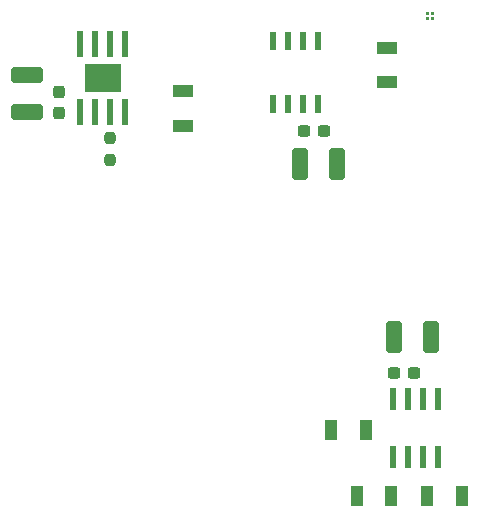
<source format=gtp>
%TF.GenerationSoftware,KiCad,Pcbnew,9.0.2*%
%TF.CreationDate,2025-12-29T08:51:12-08:00*%
%TF.ProjectId,motor_temperature,6d6f746f-725f-4746-956d-706572617475,A*%
%TF.SameCoordinates,Original*%
%TF.FileFunction,Paste,Top*%
%TF.FilePolarity,Positive*%
%FSLAX46Y46*%
G04 Gerber Fmt 4.6, Leading zero omitted, Abs format (unit mm)*
G04 Created by KiCad (PCBNEW 9.0.2) date 2025-12-29 08:51:12*
%MOMM*%
%LPD*%
G01*
G04 APERTURE LIST*
G04 Aperture macros list*
%AMRoundRect*
0 Rectangle with rounded corners*
0 $1 Rounding radius*
0 $2 $3 $4 $5 $6 $7 $8 $9 X,Y pos of 4 corners*
0 Add a 4 corners polygon primitive as box body*
4,1,4,$2,$3,$4,$5,$6,$7,$8,$9,$2,$3,0*
0 Add four circle primitives for the rounded corners*
1,1,$1+$1,$2,$3*
1,1,$1+$1,$4,$5*
1,1,$1+$1,$6,$7*
1,1,$1+$1,$8,$9*
0 Add four rect primitives between the rounded corners*
20,1,$1+$1,$2,$3,$4,$5,0*
20,1,$1+$1,$4,$5,$6,$7,0*
20,1,$1+$1,$6,$7,$8,$9,0*
20,1,$1+$1,$8,$9,$2,$3,0*%
G04 Aperture macros list end*
%ADD10C,0.050000*%
%ADD11C,0.000000*%
%ADD12RoundRect,0.237500X-0.237500X0.250000X-0.237500X-0.250000X0.237500X-0.250000X0.237500X0.250000X0*%
%ADD13RoundRect,0.237500X-0.300000X-0.237500X0.300000X-0.237500X0.300000X0.237500X-0.300000X0.237500X0*%
%ADD14R,1.050000X1.720000*%
%ADD15RoundRect,0.250000X-0.412500X-1.100000X0.412500X-1.100000X0.412500X1.100000X-0.412500X1.100000X0*%
%ADD16RoundRect,0.250000X1.100000X-0.412500X1.100000X0.412500X-1.100000X0.412500X-1.100000X-0.412500X0*%
%ADD17R,0.580000X1.550000*%
%ADD18R,0.558800X1.981200*%
%ADD19R,1.720000X1.050000*%
%ADD20R,3.100000X2.400000*%
%ADD21R,0.500000X2.200000*%
%ADD22RoundRect,0.237500X0.237500X-0.300000X0.237500X0.300000X-0.237500X0.300000X-0.237500X-0.300000X0*%
G04 APERTURE END LIST*
D10*
%TO.C,U3*%
X160204998Y-68104992D02*
G75*
G02*
X160154996Y-68104992I-25001J0D01*
G01*
X160154996Y-68104992D02*
G75*
G02*
X160204998Y-68104992I25001J0D01*
G01*
X160204998Y-68254994D02*
G75*
G02*
X160154996Y-68254994I-25001J0D01*
G01*
X160154996Y-68254994D02*
G75*
G02*
X160204998Y-68254994I25001J0D01*
G01*
X160204998Y-68504993D02*
G75*
G02*
X160154996Y-68504993I-25001J0D01*
G01*
X160154996Y-68504993D02*
G75*
G02*
X160204998Y-68504993I25001J0D01*
G01*
X160204998Y-68654996D02*
G75*
G02*
X160154996Y-68654996I-25001J0D01*
G01*
X160154996Y-68654996D02*
G75*
G02*
X160204998Y-68654996I25001J0D01*
G01*
X160355000Y-68104992D02*
G75*
G02*
X160304998Y-68104992I-25001J0D01*
G01*
X160304998Y-68104992D02*
G75*
G02*
X160355000Y-68104992I25001J0D01*
G01*
X160355000Y-68254994D02*
G75*
G02*
X160304998Y-68254994I-25001J0D01*
G01*
X160304998Y-68254994D02*
G75*
G02*
X160355000Y-68254994I25001J0D01*
G01*
X160355000Y-68504993D02*
G75*
G02*
X160304998Y-68504993I-25001J0D01*
G01*
X160304998Y-68504993D02*
G75*
G02*
X160355000Y-68504993I25001J0D01*
G01*
X160355000Y-68654996D02*
G75*
G02*
X160304998Y-68654996I-25001J0D01*
G01*
X160304998Y-68654996D02*
G75*
G02*
X160355000Y-68654996I25001J0D01*
G01*
X160604999Y-68104992D02*
G75*
G02*
X160554997Y-68104992I-25001J0D01*
G01*
X160554997Y-68104992D02*
G75*
G02*
X160604999Y-68104992I25001J0D01*
G01*
X160604999Y-68254994D02*
G75*
G02*
X160554997Y-68254994I-25001J0D01*
G01*
X160554997Y-68254994D02*
G75*
G02*
X160604999Y-68254994I25001J0D01*
G01*
X160604999Y-68504993D02*
G75*
G02*
X160554997Y-68504993I-25001J0D01*
G01*
X160554997Y-68504993D02*
G75*
G02*
X160604999Y-68504993I25001J0D01*
G01*
X160604999Y-68654996D02*
G75*
G02*
X160554997Y-68654996I-25001J0D01*
G01*
X160554997Y-68654996D02*
G75*
G02*
X160604999Y-68654996I25001J0D01*
G01*
X160755003Y-68104992D02*
G75*
G02*
X160704999Y-68104992I-25002J0D01*
G01*
X160704999Y-68104992D02*
G75*
G02*
X160755003Y-68104992I25002J0D01*
G01*
X160755003Y-68254994D02*
G75*
G02*
X160704999Y-68254994I-25002J0D01*
G01*
X160704999Y-68254994D02*
G75*
G02*
X160755003Y-68254994I25002J0D01*
G01*
X160755003Y-68504993D02*
G75*
G02*
X160704999Y-68504993I-25002J0D01*
G01*
X160704999Y-68504993D02*
G75*
G02*
X160755003Y-68504993I25002J0D01*
G01*
X160755003Y-68654996D02*
G75*
G02*
X160704999Y-68654996I-25002J0D01*
G01*
X160704999Y-68654996D02*
G75*
G02*
X160755003Y-68654996I25002J0D01*
G01*
D11*
G36*
X160179997Y-68254994D02*
G01*
X160129997Y-68254994D01*
X160129997Y-68104994D01*
X160179997Y-68104994D01*
X160179997Y-68254994D01*
G37*
G36*
X160179997Y-68654996D02*
G01*
X160129997Y-68654996D01*
X160129997Y-68504996D01*
X160179997Y-68504996D01*
X160179997Y-68654996D01*
G37*
G36*
X160329994Y-68654996D02*
G01*
X160179992Y-68654996D01*
X160179992Y-68504993D01*
X160329994Y-68504993D01*
X160329994Y-68654996D01*
G37*
G36*
X160329996Y-68254991D02*
G01*
X160179994Y-68254991D01*
X160179994Y-68104989D01*
X160329996Y-68104989D01*
X160329996Y-68254991D01*
G37*
G36*
X160329996Y-68304994D02*
G01*
X160179997Y-68304994D01*
X160179997Y-68254994D01*
X160329996Y-68254994D01*
X160329996Y-68304994D01*
G37*
G36*
X160329996Y-68704996D02*
G01*
X160179997Y-68704996D01*
X160179997Y-68654996D01*
X160329996Y-68654996D01*
X160329996Y-68704996D01*
G37*
G36*
X160329996Y-68104994D02*
G01*
X160179997Y-68104994D01*
X160179997Y-68054994D01*
X160329996Y-68054994D01*
X160329996Y-68104994D01*
G37*
G36*
X160329996Y-68504996D02*
G01*
X160179997Y-68504996D01*
X160179997Y-68454996D01*
X160329996Y-68454996D01*
X160329996Y-68504996D01*
G37*
G36*
X160379996Y-68254994D02*
G01*
X160329996Y-68254994D01*
X160329996Y-68104994D01*
X160379996Y-68104994D01*
X160379996Y-68254994D01*
G37*
G36*
X160379996Y-68654996D02*
G01*
X160329996Y-68654996D01*
X160329996Y-68504996D01*
X160379996Y-68504996D01*
X160379996Y-68654996D01*
G37*
G36*
X160579998Y-68254994D02*
G01*
X160529999Y-68254994D01*
X160529999Y-68104994D01*
X160579998Y-68104994D01*
X160579998Y-68254994D01*
G37*
G36*
X160579998Y-68654996D02*
G01*
X160529999Y-68654996D01*
X160529999Y-68504996D01*
X160579998Y-68504996D01*
X160579998Y-68654996D01*
G37*
G36*
X160729998Y-68654998D02*
G01*
X160579996Y-68654998D01*
X160579996Y-68504996D01*
X160729998Y-68504996D01*
X160729998Y-68654998D01*
G37*
G36*
X160730001Y-68254994D02*
G01*
X160579998Y-68254994D01*
X160579998Y-68104992D01*
X160730001Y-68104992D01*
X160730001Y-68254994D01*
G37*
G36*
X160729998Y-68304994D02*
G01*
X160579998Y-68304994D01*
X160579998Y-68254994D01*
X160729998Y-68254994D01*
X160729998Y-68304994D01*
G37*
G36*
X160729998Y-68704996D02*
G01*
X160579998Y-68704996D01*
X160579998Y-68654996D01*
X160729998Y-68654996D01*
X160729998Y-68704996D01*
G37*
G36*
X160729998Y-68104994D02*
G01*
X160579998Y-68104994D01*
X160579998Y-68054994D01*
X160729998Y-68054994D01*
X160729998Y-68104994D01*
G37*
G36*
X160729998Y-68504996D02*
G01*
X160579998Y-68504996D01*
X160579998Y-68454996D01*
X160729998Y-68454996D01*
X160729998Y-68504996D01*
G37*
G36*
X160779998Y-68254994D02*
G01*
X160729998Y-68254994D01*
X160729998Y-68104994D01*
X160779998Y-68104994D01*
X160779998Y-68254994D01*
G37*
G36*
X160779998Y-68654996D02*
G01*
X160729998Y-68654996D01*
X160729998Y-68504996D01*
X160779998Y-68504996D01*
X160779998Y-68654996D01*
G37*
%TD*%
D12*
%TO.C,R1*%
X133350000Y-78716500D03*
X133350000Y-80541500D03*
%TD*%
D13*
%TO.C,C2*%
X149759500Y-78105000D03*
X151484500Y-78105000D03*
%TD*%
D14*
%TO.C,R2*%
X157162000Y-108966000D03*
X154242000Y-108966000D03*
%TD*%
D15*
%TO.C,C1*%
X149440500Y-80899000D03*
X152565500Y-80899000D03*
%TD*%
D16*
%TO.C,C3*%
X126365000Y-76492500D03*
X126365000Y-73367500D03*
%TD*%
D14*
%TO.C,R3*%
X160211000Y-108966000D03*
X163131000Y-108966000D03*
%TD*%
D17*
%TO.C,U2*%
X147193000Y-75832000D03*
X148463000Y-75832000D03*
X149733000Y-75832000D03*
X151003000Y-75832000D03*
X151003000Y-70472000D03*
X149733000Y-70472000D03*
X148463000Y-70472000D03*
X147193000Y-70472000D03*
%TD*%
D13*
%TO.C,C5*%
X157379500Y-98552000D03*
X159104500Y-98552000D03*
%TD*%
D18*
%TO.C,U4*%
X157353000Y-105714800D03*
X158623000Y-105714800D03*
X159893000Y-105714800D03*
X161163000Y-105714800D03*
X161163000Y-100787200D03*
X159893000Y-100787200D03*
X158623000Y-100787200D03*
X157353000Y-100787200D03*
%TD*%
D19*
%TO.C,R5*%
X156845000Y-73977000D03*
X156845000Y-71057000D03*
%TD*%
D20*
%TO.C,U1*%
X132745000Y-73645000D03*
D21*
X134650000Y-70770000D03*
X133380000Y-70770000D03*
X132110000Y-70770000D03*
X130840000Y-70770000D03*
X130840000Y-76520000D03*
X132110000Y-76520000D03*
X133380000Y-76520000D03*
X134650000Y-76520000D03*
%TD*%
D14*
%TO.C,R4*%
X155003000Y-103378000D03*
X152083000Y-103378000D03*
%TD*%
D19*
%TO.C,R6*%
X139573000Y-77660000D03*
X139573000Y-74740000D03*
%TD*%
D22*
%TO.C,C4*%
X129032000Y-76554500D03*
X129032000Y-74829500D03*
%TD*%
D15*
%TO.C,C6*%
X157441500Y-95504000D03*
X160566500Y-95504000D03*
%TD*%
M02*

</source>
